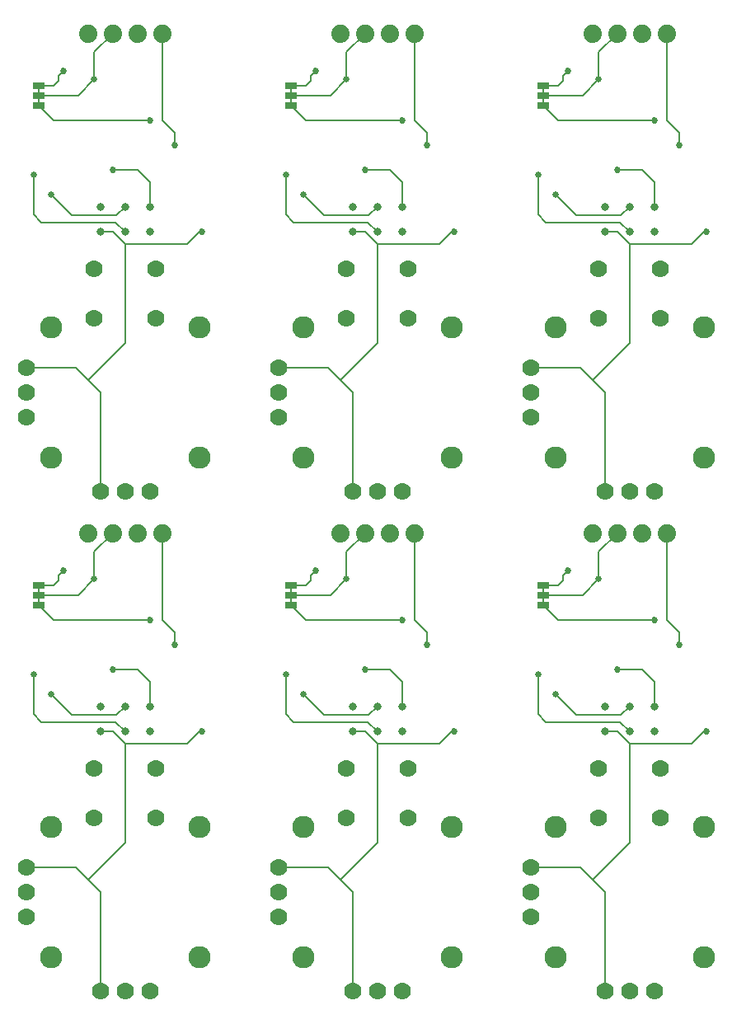
<source format=gbl>
G75*
%MOIN*%
%OFA0B0*%
%FSLAX25Y25*%
%IPPOS*%
%LPD*%
%AMOC8*
5,1,8,0,0,1.08239X$1,22.5*
%
%ADD10C,0.07400*%
%ADD11C,0.03200*%
%ADD12R,0.05000X0.02500*%
%ADD13R,0.01000X0.01600*%
%ADD14C,0.09000*%
%ADD15C,0.07000*%
%ADD16C,0.00600*%
%ADD17C,0.02578*%
%ADD18C,0.02700*%
D10*
X0168333Y0323933D03*
X0178333Y0323933D03*
X0188333Y0323933D03*
X0198333Y0323933D03*
X0270333Y0323933D03*
X0280333Y0323933D03*
X0290333Y0323933D03*
X0300333Y0323933D03*
X0372333Y0323933D03*
X0382333Y0323933D03*
X0392333Y0323933D03*
X0402333Y0323933D03*
X0402333Y0525933D03*
X0392333Y0525933D03*
X0382333Y0525933D03*
X0372333Y0525933D03*
X0300333Y0525933D03*
X0290333Y0525933D03*
X0280333Y0525933D03*
X0270333Y0525933D03*
X0198333Y0525933D03*
X0188333Y0525933D03*
X0178333Y0525933D03*
X0168333Y0525933D03*
D11*
X0173333Y0455933D03*
X0173333Y0445933D03*
X0183333Y0445933D03*
X0183333Y0455933D03*
X0193333Y0455933D03*
X0193333Y0445933D03*
X0275333Y0445933D03*
X0275333Y0455933D03*
X0285333Y0455933D03*
X0285333Y0445933D03*
X0295333Y0445933D03*
X0295333Y0455933D03*
X0377333Y0455933D03*
X0377333Y0445933D03*
X0387333Y0445933D03*
X0387333Y0455933D03*
X0397333Y0455933D03*
X0397333Y0445933D03*
X0397333Y0253933D03*
X0387333Y0253933D03*
X0377333Y0253933D03*
X0377333Y0243933D03*
X0387333Y0243933D03*
X0397333Y0243933D03*
X0295333Y0243933D03*
X0285333Y0243933D03*
X0275333Y0243933D03*
X0275333Y0253933D03*
X0285333Y0253933D03*
X0295333Y0253933D03*
X0193333Y0253933D03*
X0183333Y0253933D03*
X0173333Y0253933D03*
X0173333Y0243933D03*
X0183333Y0243933D03*
X0193333Y0243933D03*
D12*
X0148333Y0294933D03*
X0148333Y0298933D03*
X0148333Y0302933D03*
X0250333Y0302933D03*
X0250333Y0298933D03*
X0250333Y0294933D03*
X0352333Y0294933D03*
X0352333Y0298933D03*
X0352333Y0302933D03*
X0352333Y0496933D03*
X0352333Y0500933D03*
X0352333Y0504933D03*
X0250333Y0504933D03*
X0250333Y0500933D03*
X0250333Y0496933D03*
X0148333Y0496933D03*
X0148333Y0500933D03*
X0148333Y0504933D03*
D13*
X0148333Y0502933D03*
X0148333Y0498933D03*
X0250333Y0498933D03*
X0250333Y0502933D03*
X0352333Y0502933D03*
X0352333Y0498933D03*
X0352333Y0300933D03*
X0352333Y0296933D03*
X0250333Y0296933D03*
X0250333Y0300933D03*
X0148333Y0300933D03*
X0148333Y0296933D03*
D14*
X0153333Y0152683D03*
X0153333Y0205183D03*
X0213333Y0205183D03*
X0255333Y0205183D03*
X0255333Y0152683D03*
X0213333Y0152683D03*
X0315333Y0152683D03*
X0357333Y0152683D03*
X0357333Y0205183D03*
X0315333Y0205183D03*
X0417333Y0205183D03*
X0417333Y0152683D03*
X0417333Y0354683D03*
X0417333Y0407183D03*
X0357333Y0407183D03*
X0315333Y0407183D03*
X0315333Y0354683D03*
X0357333Y0354683D03*
X0255333Y0354683D03*
X0213333Y0354683D03*
X0213333Y0407183D03*
X0255333Y0407183D03*
X0153333Y0407183D03*
X0153333Y0354683D03*
D15*
X0143333Y0370933D03*
X0143333Y0380933D03*
X0143333Y0390933D03*
X0170833Y0410933D03*
X0170833Y0430933D03*
X0195833Y0430933D03*
X0195833Y0410933D03*
X0245333Y0390933D03*
X0245333Y0380933D03*
X0245333Y0370933D03*
X0275333Y0340933D03*
X0285333Y0340933D03*
X0295333Y0340933D03*
X0347333Y0370933D03*
X0347333Y0380933D03*
X0347333Y0390933D03*
X0374833Y0410933D03*
X0374833Y0430933D03*
X0399833Y0430933D03*
X0399833Y0410933D03*
X0397333Y0340933D03*
X0387333Y0340933D03*
X0377333Y0340933D03*
X0297833Y0410933D03*
X0297833Y0430933D03*
X0272833Y0430933D03*
X0272833Y0410933D03*
X0193333Y0340933D03*
X0183333Y0340933D03*
X0173333Y0340933D03*
X0170833Y0228933D03*
X0170833Y0208933D03*
X0195833Y0208933D03*
X0195833Y0228933D03*
X0245333Y0188933D03*
X0245333Y0178933D03*
X0245333Y0168933D03*
X0275333Y0138933D03*
X0285333Y0138933D03*
X0295333Y0138933D03*
X0347333Y0168933D03*
X0347333Y0178933D03*
X0347333Y0188933D03*
X0374833Y0208933D03*
X0374833Y0228933D03*
X0399833Y0228933D03*
X0399833Y0208933D03*
X0397333Y0138933D03*
X0387333Y0138933D03*
X0377333Y0138933D03*
X0297833Y0208933D03*
X0297833Y0228933D03*
X0272833Y0228933D03*
X0272833Y0208933D03*
X0193333Y0138933D03*
X0183333Y0138933D03*
X0173333Y0138933D03*
X0143333Y0168933D03*
X0143333Y0178933D03*
X0143333Y0188933D03*
D16*
X0163333Y0188933D01*
X0168333Y0183933D01*
X0183333Y0198933D01*
X0183333Y0238933D01*
X0208333Y0238933D01*
X0213333Y0243933D01*
X0214333Y0243933D01*
X0193333Y0253933D02*
X0193333Y0263933D01*
X0188333Y0268933D01*
X0178333Y0268933D01*
X0183333Y0253933D02*
X0179833Y0250433D01*
X0161833Y0250433D01*
X0153333Y0258933D01*
X0146333Y0250933D02*
X0146333Y0266933D01*
X0146333Y0250933D02*
X0149533Y0247733D01*
X0179533Y0247733D01*
X0183333Y0243933D01*
X0178333Y0243933D02*
X0183333Y0238933D01*
X0178333Y0243933D02*
X0173333Y0243933D01*
X0203333Y0278933D02*
X0203333Y0283933D01*
X0198333Y0288933D01*
X0198333Y0323933D01*
X0178333Y0323933D02*
X0170833Y0316433D01*
X0170833Y0305433D01*
X0164333Y0298933D01*
X0148333Y0298933D01*
X0148333Y0294933D02*
X0154333Y0288933D01*
X0193333Y0288933D01*
X0156333Y0304933D02*
X0156333Y0306933D01*
X0158333Y0308933D01*
X0156333Y0304933D02*
X0154333Y0302933D01*
X0148333Y0302933D01*
X0173333Y0340933D02*
X0173333Y0380933D01*
X0168333Y0385933D01*
X0183333Y0400933D01*
X0183333Y0440933D01*
X0208333Y0440933D01*
X0213333Y0445933D01*
X0214333Y0445933D01*
X0193333Y0455933D02*
X0193333Y0465933D01*
X0188333Y0470933D01*
X0178333Y0470933D01*
X0183333Y0455933D02*
X0179833Y0452433D01*
X0161833Y0452433D01*
X0153333Y0460933D01*
X0146333Y0452933D02*
X0149533Y0449733D01*
X0179533Y0449733D01*
X0183333Y0445933D01*
X0178333Y0445933D02*
X0183333Y0440933D01*
X0178333Y0445933D02*
X0173333Y0445933D01*
X0146333Y0452933D02*
X0146333Y0468933D01*
X0154333Y0490933D02*
X0193333Y0490933D01*
X0198333Y0490933D02*
X0203333Y0485933D01*
X0203333Y0480933D01*
X0198333Y0490933D02*
X0198333Y0525933D01*
X0178333Y0525933D02*
X0170833Y0518433D01*
X0170833Y0507433D01*
X0164333Y0500933D01*
X0148333Y0500933D01*
X0148333Y0496933D02*
X0154333Y0490933D01*
X0154333Y0504933D02*
X0148333Y0504933D01*
X0154333Y0504933D02*
X0156333Y0506933D01*
X0156333Y0508933D01*
X0158333Y0510933D01*
X0250333Y0504933D02*
X0256333Y0504933D01*
X0258333Y0506933D01*
X0258333Y0508933D01*
X0260333Y0510933D01*
X0266333Y0500933D02*
X0250333Y0500933D01*
X0250333Y0496933D02*
X0256333Y0490933D01*
X0295333Y0490933D01*
X0300333Y0490933D02*
X0305333Y0485933D01*
X0305333Y0480933D01*
X0300333Y0490933D02*
X0300333Y0525933D01*
X0280333Y0525933D02*
X0272833Y0518433D01*
X0272833Y0507433D01*
X0266333Y0500933D01*
X0280333Y0470933D02*
X0290333Y0470933D01*
X0295333Y0465933D01*
X0295333Y0455933D01*
X0285333Y0455933D02*
X0281833Y0452433D01*
X0263833Y0452433D01*
X0255333Y0460933D01*
X0248333Y0452933D02*
X0251533Y0449733D01*
X0281533Y0449733D01*
X0285333Y0445933D01*
X0280333Y0445933D02*
X0285333Y0440933D01*
X0310333Y0440933D01*
X0315333Y0445933D01*
X0316333Y0445933D01*
X0285333Y0440933D02*
X0285333Y0400933D01*
X0270333Y0385933D01*
X0275333Y0380933D01*
X0275333Y0340933D01*
X0280333Y0323933D02*
X0272833Y0316433D01*
X0272833Y0305433D01*
X0266333Y0298933D01*
X0250333Y0298933D01*
X0250333Y0294933D02*
X0256333Y0288933D01*
X0295333Y0288933D01*
X0300333Y0288933D02*
X0305333Y0283933D01*
X0305333Y0278933D01*
X0300333Y0288933D02*
X0300333Y0323933D01*
X0260333Y0308933D02*
X0258333Y0306933D01*
X0258333Y0304933D01*
X0256333Y0302933D01*
X0250333Y0302933D01*
X0248333Y0266933D02*
X0248333Y0250933D01*
X0251533Y0247733D01*
X0281533Y0247733D01*
X0285333Y0243933D01*
X0280333Y0243933D02*
X0285333Y0238933D01*
X0310333Y0238933D01*
X0315333Y0243933D01*
X0316333Y0243933D01*
X0295333Y0253933D02*
X0295333Y0263933D01*
X0290333Y0268933D01*
X0280333Y0268933D01*
X0285333Y0253933D02*
X0281833Y0250433D01*
X0263833Y0250433D01*
X0255333Y0258933D01*
X0275333Y0243933D02*
X0280333Y0243933D01*
X0285333Y0238933D02*
X0285333Y0198933D01*
X0270333Y0183933D01*
X0275333Y0178933D01*
X0275333Y0138933D01*
X0270333Y0183933D02*
X0265333Y0188933D01*
X0245333Y0188933D01*
X0173333Y0178933D02*
X0173333Y0138933D01*
X0173333Y0178933D02*
X0168333Y0183933D01*
X0347333Y0188933D02*
X0367333Y0188933D01*
X0372333Y0183933D01*
X0387333Y0198933D01*
X0387333Y0238933D01*
X0412333Y0238933D01*
X0417333Y0243933D01*
X0418333Y0243933D01*
X0397333Y0253933D02*
X0397333Y0263933D01*
X0392333Y0268933D01*
X0382333Y0268933D01*
X0387333Y0253933D02*
X0383833Y0250433D01*
X0365833Y0250433D01*
X0357333Y0258933D01*
X0350333Y0250933D02*
X0350333Y0266933D01*
X0350333Y0250933D02*
X0353533Y0247733D01*
X0383533Y0247733D01*
X0387333Y0243933D01*
X0382333Y0243933D02*
X0387333Y0238933D01*
X0382333Y0243933D02*
X0377333Y0243933D01*
X0407333Y0278933D02*
X0407333Y0283933D01*
X0402333Y0288933D01*
X0402333Y0323933D01*
X0382333Y0323933D02*
X0374833Y0316433D01*
X0374833Y0305433D01*
X0368333Y0298933D01*
X0352333Y0298933D01*
X0352333Y0294933D02*
X0358333Y0288933D01*
X0397333Y0288933D01*
X0360333Y0304933D02*
X0360333Y0306933D01*
X0362333Y0308933D01*
X0360333Y0304933D02*
X0358333Y0302933D01*
X0352333Y0302933D01*
X0377333Y0340933D02*
X0377333Y0380933D01*
X0372333Y0385933D01*
X0387333Y0400933D01*
X0387333Y0440933D01*
X0412333Y0440933D01*
X0417333Y0445933D01*
X0418333Y0445933D01*
X0397333Y0455933D02*
X0397333Y0465933D01*
X0392333Y0470933D01*
X0382333Y0470933D01*
X0387333Y0455933D02*
X0383833Y0452433D01*
X0365833Y0452433D01*
X0357333Y0460933D01*
X0350333Y0452933D02*
X0353533Y0449733D01*
X0383533Y0449733D01*
X0387333Y0445933D01*
X0382333Y0445933D02*
X0387333Y0440933D01*
X0382333Y0445933D02*
X0377333Y0445933D01*
X0350333Y0452933D02*
X0350333Y0468933D01*
X0358333Y0490933D02*
X0397333Y0490933D01*
X0402333Y0490933D02*
X0407333Y0485933D01*
X0407333Y0480933D01*
X0402333Y0490933D02*
X0402333Y0525933D01*
X0382333Y0525933D02*
X0374833Y0518433D01*
X0374833Y0507433D01*
X0368333Y0500933D01*
X0352333Y0500933D01*
X0352333Y0496933D02*
X0358333Y0490933D01*
X0358333Y0504933D02*
X0352333Y0504933D01*
X0358333Y0504933D02*
X0360333Y0506933D01*
X0360333Y0508933D01*
X0362333Y0510933D01*
X0280333Y0445933D02*
X0275333Y0445933D01*
X0248333Y0452933D02*
X0248333Y0468933D01*
X0245333Y0390933D02*
X0265333Y0390933D01*
X0270333Y0385933D01*
X0347333Y0390933D02*
X0367333Y0390933D01*
X0372333Y0385933D01*
X0372333Y0183933D02*
X0377333Y0178933D01*
X0377333Y0138933D01*
X0168333Y0385933D02*
X0163333Y0390933D01*
X0143333Y0390933D01*
D17*
X0153333Y0460933D03*
X0146333Y0468933D03*
X0170833Y0507433D03*
X0248333Y0468933D03*
X0255333Y0460933D03*
X0272833Y0507433D03*
X0350333Y0468933D03*
X0357333Y0460933D03*
X0374833Y0507433D03*
X0374833Y0305433D03*
X0350333Y0266933D03*
X0357333Y0258933D03*
X0272833Y0305433D03*
X0248333Y0266933D03*
X0255333Y0258933D03*
X0170833Y0305433D03*
X0146333Y0266933D03*
X0153333Y0258933D03*
D18*
X0178333Y0268933D03*
X0193333Y0288933D03*
X0203333Y0278933D03*
X0214333Y0243933D03*
X0260333Y0308933D03*
X0295333Y0288933D03*
X0305333Y0278933D03*
X0280333Y0268933D03*
X0316333Y0243933D03*
X0362333Y0308933D03*
X0397333Y0288933D03*
X0407333Y0278933D03*
X0382333Y0268933D03*
X0418333Y0243933D03*
X0418333Y0445933D03*
X0407333Y0480933D03*
X0397333Y0490933D03*
X0382333Y0470933D03*
X0362333Y0510933D03*
X0305333Y0480933D03*
X0295333Y0490933D03*
X0280333Y0470933D03*
X0316333Y0445933D03*
X0260333Y0510933D03*
X0203333Y0480933D03*
X0193333Y0490933D03*
X0178333Y0470933D03*
X0214333Y0445933D03*
X0158333Y0510933D03*
X0158333Y0308933D03*
M02*

</source>
